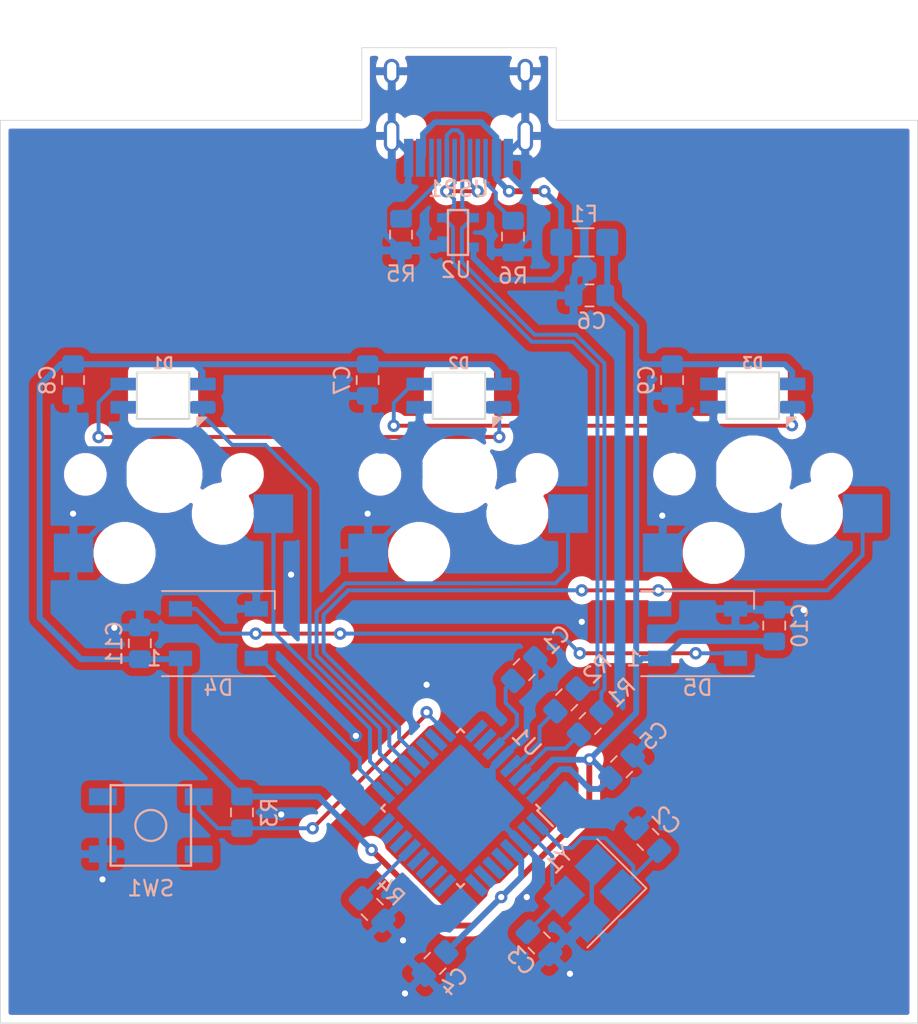
<source format=kicad_pcb>
(kicad_pcb (version 20171130) (host pcbnew "(5.1.4)-1")
  (layers (0 F.Cu signal) (31 B.Cu signal) (34 B.Paste user) (35 F.Paste user) (36 B.SilkS user) (37 F.SilkS user) (38 B.Mask user) (39 F.Mask user) (44 Edge.Cuts user))
  (net 0 "")
  (net 1 GND)
  (net 2 "Net-(C1-Pad1)")
  (net 3 XTAL1)
  (net 4 XTAL2)
  (net 5 +5V)
  (net 6 "Net-(D1-Pad1)")
  (net 7 SWITCHLED)
  (net 8 "Net-(D2-Pad1)")
  (net 9 "Net-(D3-Pad1)")
  (net 10 "Net-(D4-Pad2)")
  (net 11 UNDERGLOWLED)
  (net 12 "Net-(D5-Pad2)")
  (net 13 VCC)
  (net 14 COL0)
  (net 15 D-)
  (net 16 "Net-(R1-Pad1)")
  (net 17 D+)
  (net 18 "Net-(R2-Pad1)")
  (net 19 "Net-(R3-Pad2)")
  (net 20 "Net-(R4-Pad2)")
  (net 21 "Net-(R5-Pad2)")
  (net 22 "Net-(R6-Pad2)")
  (net 23 "Net-(U1-Pad26)")
  (net 24 "Net-(U1-Pad25)")
  (net 25 "Net-(U1-Pad23)")
  (net 26 "Net-(U1-Pad22)")
  (net 27 "Net-(U1-Pad16)")
  (net 28 "Net-(U1-Pad15)")
  (net 29 "Net-(U1-Pad14)")
  (net 30 "Net-(U1-Pad12)")
  (net 31 "Net-(U1-Pad11)")
  (net 32 "Net-(U1-Pad10)")
  (net 33 "Net-(U1-Pad9)")
  (net 34 "Net-(U1-Pad8)")
  (net 35 "Net-(U1-Pad7)")
  (net 36 "Net-(U1-Pad6)")
  (net 37 "Net-(U1-Pad5)")
  (net 38 "Net-(USB1-Pad3)")
  (net 39 "Net-(USB1-Pad9)")
  (net 40 COL1)
  (net 41 COL2)
  (module Capacitor_SMD:C_0805_2012Metric_Pad1.15x1.40mm_HandSolder (layer B.Cu) (at 87.249 81.543 270)
    (fp_text reference C7 (at 0 1.65 90) (layer B.SilkS) (effects (justify mirror)))
    (fp_text value 0.1uF)
    (pad 2 smd roundrect (at 1.025 0 270) (size 1.15 1.4) (layers B.Cu B.Paste B.Mask) (roundrect_rratio 0.217391) (net 1 GND))
    (pad 1 smd roundrect (at -1.025 0 270) (size 1.15 1.4) (layers B.Cu B.Paste B.Mask) (roundrect_rratio 0.217391) (net 5 +5V))
  )
  (module MX_Only:MXOnly-1U-Hotswap (layer F.Cu) (at 93.121 87.63 180)
    (fp_text reference MX2)
    (fp_text value MX-NoLED)
    (pad 2 smd rect (at 5.842 -5.08 180) (size 2.55 2.5) (layers B.Cu B.Paste B.Mask) (net 1 GND))
    (pad 1 smd rect (at -7.085 -2.54 180) (size 2.55 2.5) (layers B.Cu B.Paste B.Mask) (net 40 COL1))
    (pad "" np_thru_hole circle (at 5.08 0 228.0996) (size 1.75 1.75) (drill 1.75) (layers *.Cu *.Mask))
    (pad "" np_thru_hole circle (at -5.08 0 228.0996) (size 1.75 1.75) (drill 1.75) (layers *.Cu *.Mask))
    (pad "" np_thru_hole circle (at -3.81 -2.54 180) (size 3 3) (drill 3) (layers *.Cu *.Mask))
    (pad "" np_thru_hole circle (at 0 0 180) (size 3.9878 3.9878) (drill 3.9878) (layers *.Cu *.Mask))
    (pad "" np_thru_hole circle (at 2.54 -5.08 180) (size 3 3) (drill 3) (layers *.Cu *.Mask))
  )
  (module MX_Only:MXOnly-1U-Hotswap (layer F.Cu) (at 74.07 87.63 180)
    (fp_text reference MX1)
    (fp_text value MX-NoLED)
    (pad 2 smd rect (at 5.842 -5.08 180) (size 2.55 2.5) (layers B.Cu B.Paste B.Mask) (net 1 GND))
    (pad 1 smd rect (at -7.085 -2.54 180) (size 2.55 2.5) (layers B.Cu B.Paste B.Mask) (net 14 COL0))
    (pad "" np_thru_hole circle (at 5.08 0 228.0996) (size 1.75 1.75) (drill 1.75) (layers *.Cu *.Mask))
    (pad "" np_thru_hole circle (at -5.08 0 228.0996) (size 1.75 1.75) (drill 1.75) (layers *.Cu *.Mask))
    (pad "" np_thru_hole circle (at -3.81 -2.54 180) (size 3 3) (drill 3) (layers *.Cu *.Mask))
    (pad "" np_thru_hole circle (at 0 0 180) (size 3.9878 3.9878) (drill 3.9878) (layers *.Cu *.Mask))
    (pad "" np_thru_hole circle (at 2.54 -5.08 180) (size 3 3) (drill 3) (layers *.Cu *.Mask))
  )
  (module Resistor_SMD:R_0805_2012Metric_Pad1.15x1.40mm_HandSolder (layer B.Cu) (at 100.113216 102.197784 45)
    (fp_text reference R2 (at 2.821051 0 45) (layer B.SilkS) (effects (justify mirror)))
    (fp_text value 22)
    (pad 2 smd roundrect (at 1.025 0 45) (size 1.15 1.4) (layers B.Cu B.Paste B.Mask) (roundrect_rratio 0.217391) (net 17 D+))
    (pad 1 smd roundrect (at -1.025 0 45) (size 1.15 1.4) (layers B.Cu B.Paste B.Mask) (roundrect_rratio 0.217391) (net 18 "Net-(R2-Pad1)"))
  )
  (module MX_Only:MXOnly-1U-Hotswap (layer F.Cu) (at 112.17 87.62 180)
    (fp_text reference MX3)
    (fp_text value MX-NoLED)
    (pad 2 smd rect (at 5.842 -5.08 180) (size 2.55 2.5) (layers B.Cu B.Paste B.Mask) (net 1 GND))
    (pad 1 smd rect (at -7.085 -2.54 180) (size 2.55 2.5) (layers B.Cu B.Paste B.Mask) (net 41 COL2))
    (pad "" np_thru_hole circle (at 5.08 0 228.0996) (size 1.75 1.75) (drill 1.75) (layers *.Cu *.Mask))
    (pad "" np_thru_hole circle (at -5.08 0 228.0996) (size 1.75 1.75) (drill 1.75) (layers *.Cu *.Mask))
    (pad "" np_thru_hole circle (at -3.81 -2.54 180) (size 3 3) (drill 3) (layers *.Cu *.Mask))
    (pad "" np_thru_hole circle (at 0 0 180) (size 3.9878 3.9878) (drill 3.9878) (layers *.Cu *.Mask))
    (pad "" np_thru_hole circle (at 2.54 -5.08 180) (size 3 3) (drill 3) (layers *.Cu *.Mask))
  )
  (module Keebio-Parts:SK6812-MINI-E (layer B.Cu) (at 112.15 82.54)
    (fp_text reference D3 (at 0 -2.1 unlocked) (layer B.SilkS) (effects (font (size 0.7 0.7)) (justify mirror)))
    (fp_text value SK6812MINI hide)
    (fp_line (start -1.7 1.5) (end 1.7 1.5) (layer Edge.Cuts) (width 0.12))
    (fp_line (start -1.7 -1.5) (end -1.7 1.5) (layer Edge.Cuts) (width 0.12))
    (fp_line (start 1.7 -1.5) (end -1.7 -1.5) (layer Edge.Cuts) (width 0.12))
    (fp_line (start 1.7 1.5) (end 1.7 -1.5) (layer Edge.Cuts) (width 0.12))
    (pad 3 smd roundrect (at 2.55 0.75) (size 1.7 0.82) (layers B.Cu B.Paste B.Mask) (net 8 "Net-(D2-Pad1)"))
    (pad 4 smd rect (at 2.55 -0.75) (size 1.7 0.82) (layers B.Cu B.Paste B.Mask) (net 5 +5V))
    (pad 2 smd rect (at -2.55 0.75) (size 1.7 0.82) (layers B.Cu B.Paste B.Mask) (net 1 GND))
    (pad 1 smd rect (at -2.55 -0.75) (size 1.7 0.82) (layers B.Cu B.Paste B.Mask) (net 9 "Net-(D3-Pad1)"))
  )
  (module Keebio-Parts:SK6812-MINI-E (layer B.Cu) (at 74.02 82.55)
    (fp_text reference D1 (at 0 -2.1 unlocked) (layer B.SilkS) (effects (font (size 0.7 0.7)) (justify mirror)))
    (fp_text value SK6812MINI hide)
    (fp_line (start -1.7 1.5) (end 1.7 1.5) (layer Edge.Cuts) (width 0.12))
    (fp_line (start -1.7 -1.5) (end -1.7 1.5) (layer Edge.Cuts) (width 0.12))
    (fp_line (start 1.7 -1.5) (end -1.7 -1.5) (layer Edge.Cuts) (width 0.12))
    (fp_line (start 1.7 1.5) (end 1.7 -1.5) (layer Edge.Cuts) (width 0.12))
    (pad 3 smd roundrect (at 2.55 0.75) (size 1.7 0.82) (layers B.Cu B.Paste B.Mask) (net 7 SWITCHLED))
    (pad 4 smd rect (at 2.55 -0.75) (size 1.7 0.82) (layers B.Cu B.Paste B.Mask) (net 5 +5V))
    (pad 2 smd rect (at -2.55 0.75) (size 1.7 0.82) (layers B.Cu B.Paste B.Mask) (net 1 GND))
    (pad 1 smd rect (at -2.55 -0.75) (size 1.7 0.82) (layers B.Cu B.Paste B.Mask) (net 6 "Net-(D1-Pad1)"))
  )
  (module Keebio-Parts:SK6812-MINI-E (layer B.Cu) (at 93.15 82.55)
    (fp_text reference D2 (at 0 -2.1 unlocked) (layer B.SilkS) (effects (font (size 0.7 0.7)) (justify mirror)))
    (fp_text value SK6812MINI hide)
    (fp_line (start -1.7 1.5) (end 1.7 1.5) (layer Edge.Cuts) (width 0.12))
    (fp_line (start -1.7 -1.5) (end -1.7 1.5) (layer Edge.Cuts) (width 0.12))
    (fp_line (start 1.7 -1.5) (end -1.7 -1.5) (layer Edge.Cuts) (width 0.12))
    (fp_line (start 1.7 1.5) (end 1.7 -1.5) (layer Edge.Cuts) (width 0.12))
    (pad 3 smd roundrect (at 2.55 0.75) (size 1.7 0.82) (layers B.Cu B.Paste B.Mask) (net 6 "Net-(D1-Pad1)"))
    (pad 4 smd rect (at 2.55 -0.75) (size 1.7 0.82) (layers B.Cu B.Paste B.Mask) (net 5 +5V))
    (pad 2 smd rect (at -2.55 0.75) (size 1.7 0.82) (layers B.Cu B.Paste B.Mask) (net 1 GND))
    (pad 1 smd rect (at -2.55 -0.75) (size 1.7 0.82) (layers B.Cu B.Paste B.Mask) (net 8 "Net-(D2-Pad1)"))
  )
  (module random-keyboard-parts:SKQGADE010 (layer B.Cu) (at 73.227 110.308 180)
    (fp_text reference SW1 (at 0 -4.064) (layer B.SilkS) (effects (justify mirror)))
    (fp_text value SW_Push)
    (pad 4 smd rect (at -3.1 -1.85 180) (size 1.8 1.1) (layers B.Cu B.Paste B.Mask))
    (pad 3 smd rect (at 3.1 1.85 180) (size 1.8 1.1) (layers B.Cu B.Paste B.Mask))
    (pad 2 smd rect (at -3.1 1.85 180) (size 1.8 1.1) (layers B.Cu B.Paste B.Mask) (net 19 "Net-(R3-Pad2)"))
    (pad 1 smd rect (at 3.1 -1.85 180) (size 1.8 1.1) (layers B.Cu B.Paste B.Mask) (net 1 GND))
  )
  (module Capacitor_SMD:C_0805_2012Metric_Pad1.15x1.40mm_HandSolder (layer B.Cu) (at 68.199 81.543 270)
    (fp_text reference C8 (at 0 1.65 90) (layer B.SilkS) (effects (justify mirror)))
    (fp_text value 0.1uF)
    (pad 2 smd roundrect (at 1.025 0 270) (size 1.15 1.4) (layers B.Cu B.Paste B.Mask) (roundrect_rratio 0.217391) (net 1 GND))
    (pad 1 smd roundrect (at -1.025 0 270) (size 1.15 1.4) (layers B.Cu B.Paste B.Mask) (roundrect_rratio 0.217391) (net 5 +5V))
  )
  (module Capacitor_SMD:C_0805_2012Metric_Pad1.15x1.40mm_HandSolder (layer B.Cu) (at 91.604216 119.215784 225)
    (fp_text reference C4 (at -0.037171 -1.706249 225) (layer B.SilkS) (effects (justify mirror)))
    (fp_text value 0.1uF)
    (pad 1 smd roundrect (at -1.025 0 225) (size 1.15 1.4) (layers B.Cu B.Paste B.Mask) (roundrect_rratio 0.217391) (net 5 +5V))
    (pad 2 smd roundrect (at 1.025 0 225) (size 1.15 1.4) (layers B.Cu B.Paste B.Mask) (roundrect_rratio 0.217391) (net 1 GND))
  )
  (module Crystal:Crystal_SMD_3225-4Pin_3.2x2.5mm_HandSoldering (layer B.Cu) (at 101.775248 114.687777 225)
    (fp_text reference Y1 (at 0 3.05 45) (layer B.SilkS) (effects (justify mirror)))
    (fp_text value Crystal_GND24_Small)
    (pad 4 smd rect (at -1.45 1.15 225) (size 2.1 1.8) (layers B.Cu B.Paste B.Mask) (net 1 GND))
    (pad 3 smd rect (at 1.45 1.15 225) (size 2.1 1.8) (layers B.Cu B.Paste B.Mask) (net 4 XTAL2))
    (pad 2 smd rect (at 1.45 -1.15 225) (size 2.1 1.8) (layers B.Cu B.Paste B.Mask) (net 1 GND))
    (pad 1 smd rect (at -1.45 -1.15 225) (size 2.1 1.8) (layers B.Cu B.Paste B.Mask) (net 3 XTAL1))
  )
  (module Type-C:HRO-TYPE-C-31-M-12-HandSoldering (layer B.Cu) (at 93.121 58.989)
    (fp_text reference USB1 (at 0 10.2) (layer B.SilkS) (effects (justify mirror)))
    (fp_text value HRO-TYPE-C-31-M-12)
    (pad 12 smd rect (at 3.225 8.195) (size 0.6 2.45) (layers B.Cu B.Paste B.Mask) (net 1 GND))
    (pad 1 smd rect (at -3.225 8.195) (size 0.6 2.45) (layers B.Cu B.Paste B.Mask) (net 1 GND))
    (pad 11 smd rect (at 2.45 8.195) (size 0.6 2.45) (layers B.Cu B.Paste B.Mask) (net 13 VCC))
    (pad 2 smd rect (at -2.45 8.195) (size 0.6 2.45) (layers B.Cu B.Paste B.Mask) (net 13 VCC))
    (pad 3 smd rect (at -1.75 8.195) (size 0.3 2.45) (layers B.Cu B.Paste B.Mask) (net 38 "Net-(USB1-Pad3)"))
    (pad 10 smd rect (at 1.75 8.195) (size 0.3 2.45) (layers B.Cu B.Paste B.Mask) (net 22 "Net-(R6-Pad2)"))
    (pad 4 smd rect (at -1.25 8.195) (size 0.3 2.45) (layers B.Cu B.Paste B.Mask) (net 21 "Net-(R5-Pad2)"))
    (pad 9 smd rect (at 1.25 8.195) (size 0.3 2.45) (layers B.Cu B.Paste B.Mask) (net 39 "Net-(USB1-Pad9)"))
    (pad 5 smd rect (at -0.75 8.195) (size 0.3 2.45) (layers B.Cu B.Paste B.Mask) (net 15 D-))
    (pad 8 smd rect (at 0.75 8.195) (size 0.3 2.45) (layers B.Cu B.Paste B.Mask) (net 17 D+))
    (pad 7 smd rect (at 0.25 8.195) (size 0.3 2.45) (layers B.Cu B.Paste B.Mask) (net 15 D-))
    (pad 6 smd rect (at -0.25 8.195) (size 0.3 2.45) (layers B.Cu B.Paste B.Mask) (net 17 D+))
    (pad "" np_thru_hole circle (at 2.89 6.25) (size 0.65 0.65) (drill 0.65) (layers *.Cu *.Mask))
    (pad "" np_thru_hole circle (at -2.89 6.25) (size 0.65 0.65) (drill 0.65) (layers *.Cu *.Mask))
    (pad 13 thru_hole oval (at -4.32 6.78) (size 1 2.1) (drill oval 0.6 1.7) (layers *.Cu F.Mask) (net 1 GND))
    (pad 13 thru_hole oval (at 4.32 6.78) (size 1 2.1) (drill oval 0.6 1.7) (layers *.Cu F.Mask) (net 1 GND))
    (pad 13 thru_hole oval (at -4.32 2.6) (size 1 1.6) (drill oval 0.6 1.2) (layers *.Cu F.Mask) (net 1 GND))
    (pad 13 thru_hole oval (at 4.32 2.6) (size 1 1.6) (drill oval 0.6 1.2) (layers *.Cu F.Mask) (net 1 GND))
  )
  (module random-keyboard-parts:SOT143B (layer B.Cu) (at 93.091 72.009)
    (fp_text reference U2 (at -0.127 2.413) (layer B.SilkS) (effects (justify mirror)))
    (fp_text value PRTR5V0U2X)
    (pad 1 smd rect (at -1 0.75 90) (size 1 0.7) (layers B.Cu B.Paste B.Mask) (net 1 GND))
    (pad 4 smd rect (at 1 0.95 90) (size 0.6 0.7) (layers B.Cu B.Paste B.Mask) (net 13 VCC))
    (pad 2 smd rect (at -1 -0.95 90) (size 0.6 0.7) (layers B.Cu B.Paste B.Mask) (net 17 D+))
    (pad 3 smd rect (at 1 -0.95 90) (size 0.6 0.7) (layers B.Cu B.Paste B.Mask) (net 15 D-))
  )
  (module Package_QFP:TQFP-32_7x7mm_P0.8mm (layer B.Cu) (at 93.252555 109.193565 135)
    (fp_text reference U1 (at 0 6.05 135) (layer B.SilkS) (effects (justify mirror)))
    (fp_text value ATmega32U2-AU)
    (pad 32 smd rect (at -2.8 4.25 45) (size 1.6 0.55) (layers B.Cu B.Paste B.Mask) (net 5 +5V))
    (pad 31 smd rect (at -2 4.25 45) (size 1.6 0.55) (layers B.Cu B.Paste B.Mask) (net 5 +5V))
    (pad 30 smd rect (at -1.2 4.25 45) (size 1.6 0.55) (layers B.Cu B.Paste B.Mask) (net 16 "Net-(R1-Pad1)"))
    (pad 29 smd rect (at -0.4 4.25 45) (size 1.6 0.55) (layers B.Cu B.Paste B.Mask) (net 18 "Net-(R2-Pad1)"))
    (pad 28 smd rect (at 0.4 4.25 45) (size 1.6 0.55) (layers B.Cu B.Paste B.Mask) (net 1 GND))
    (pad 27 smd rect (at 1.2 4.25 45) (size 1.6 0.55) (layers B.Cu B.Paste B.Mask) (net 2 "Net-(C1-Pad1)"))
    (pad 26 smd rect (at 2 4.25 45) (size 1.6 0.55) (layers B.Cu B.Paste B.Mask) (net 23 "Net-(U1-Pad26)"))
    (pad 25 smd rect (at 2.8 4.25 45) (size 1.6 0.55) (layers B.Cu B.Paste B.Mask) (net 24 "Net-(U1-Pad25)"))
    (pad 24 smd rect (at 4.25 2.8 135) (size 1.6 0.55) (layers B.Cu B.Paste B.Mask) (net 19 "Net-(R3-Pad2)"))
    (pad 23 smd rect (at 4.25 2 135) (size 1.6 0.55) (layers B.Cu B.Paste B.Mask) (net 25 "Net-(U1-Pad23)"))
    (pad 22 smd rect (at 4.25 1.2 135) (size 1.6 0.55) (layers B.Cu B.Paste B.Mask) (net 26 "Net-(U1-Pad22)"))
    (pad 21 smd rect (at 4.25 0.4 135) (size 1.6 0.55) (layers B.Cu B.Paste B.Mask) (net 41 COL2))
    (pad 20 smd rect (at 4.25 -0.4 135) (size 1.6 0.55) (layers B.Cu B.Paste B.Mask) (net 40 COL1))
    (pad 19 smd rect (at 4.25 -1.2 135) (size 1.6 0.55) (layers B.Cu B.Paste B.Mask) (net 7 SWITCHLED))
    (pad 18 smd rect (at 4.25 -2 135) (size 1.6 0.55) (layers B.Cu B.Paste B.Mask) (net 14 COL0))
    (pad 17 smd rect (at 4.25 -2.8 135) (size 1.6 0.55) (layers B.Cu B.Paste B.Mask) (net 11 UNDERGLOWLED))
    (pad 16 smd rect (at 2.8 -4.25 45) (size 1.6 0.55) (layers B.Cu B.Paste B.Mask) (net 27 "Net-(U1-Pad16)"))
    (pad 15 smd rect (at 2 -4.25 45) (size 1.6 0.55) (layers B.Cu B.Paste B.Mask) (net 28 "Net-(U1-Pad15)"))
    (pad 14 smd rect (at 1.2 -4.25 45) (size 1.6 0.55) (layers B.Cu B.Paste B.Mask) (net 29 "Net-(U1-Pad14)"))
    (pad 13 smd rect (at 0.4 -4.25 45) (size 1.6 0.55) (layers B.Cu B.Paste B.Mask) (net 20 "Net-(R4-Pad2)"))
    (pad 12 smd rect (at -0.4 -4.25 45) (size 1.6 0.55) (layers B.Cu B.Paste B.Mask) (net 30 "Net-(U1-Pad12)"))
    (pad 11 smd rect (at -1.2 -4.25 45) (size 1.6 0.55) (layers B.Cu B.Paste B.Mask) (net 31 "Net-(U1-Pad11)"))
    (pad 10 smd rect (at -2 -4.25 45) (size 1.6 0.55) (layers B.Cu B.Paste B.Mask) (net 32 "Net-(U1-Pad10)"))
    (pad 9 smd rect (at -2.8 -4.25 45) (size 1.6 0.55) (layers B.Cu B.Paste B.Mask) (net 33 "Net-(U1-Pad9)"))
    (pad 8 smd rect (at -4.25 -2.8 135) (size 1.6 0.55) (layers B.Cu B.Paste B.Mask) (net 34 "Net-(U1-Pad8)"))
    (pad 7 smd rect (at -4.25 -2 135) (size 1.6 0.55) (layers B.Cu B.Paste B.Mask) (net 35 "Net-(U1-Pad7)"))
    (pad 6 smd rect (at -4.25 -1.2 135) (size 1.6 0.55) (layers B.Cu B.Paste B.Mask) (net 36 "Net-(U1-Pad6)"))
    (pad 5 smd rect (at -4.25 -0.4 135) (size 1.6 0.55) (layers B.Cu B.Paste B.Mask) (net 37 "Net-(U1-Pad5)"))
    (pad 4 smd rect (at -4.25 0.4 135) (size 1.6 0.55) (layers B.Cu B.Paste B.Mask) (net 5 +5V))
    (pad 3 smd rect (at -4.25 1.2 135) (size 1.6 0.55) (layers B.Cu B.Paste B.Mask) (net 1 GND))
    (pad 2 smd rect (at -4.25 2 135) (size 1.6 0.55) (layers B.Cu B.Paste B.Mask) (net 4 XTAL2))
    (pad 1 smd rect (at -4.25 2.8 135) (size 1.6 0.55) (layers B.Cu B.Paste B.Mask) (net 3 XTAL1))
  )
  (module Resistor_SMD:R_0805_2012Metric_Pad1.15x1.40mm_HandSolder (layer B.Cu) (at 96.647 72.272 90)
    (fp_text reference R6 (at -2.531 0) (layer B.SilkS) (effects (justify mirror)))
    (fp_text value 5.1k)
    (pad 2 smd roundrect (at 1.025 0 90) (size 1.15 1.4) (layers B.Cu B.Paste B.Mask) (roundrect_rratio 0.217391) (net 22 "Net-(R6-Pad2)"))
    (pad 1 smd roundrect (at -1.025 0 90) (size 1.15 1.4) (layers B.Cu B.Paste B.Mask) (roundrect_rratio 0.217391) (net 1 GND))
  )
  (module Resistor_SMD:R_0805_2012Metric_Pad1.15x1.40mm_HandSolder (layer B.Cu) (at 89.408 72.145 90)
    (fp_text reference R5 (at -2.531 0) (layer B.SilkS) (effects (justify mirror)))
    (fp_text value 5.1k)
    (pad 1 smd roundrect (at -1.025 0 90) (size 1.15 1.4) (layers B.Cu B.Paste B.Mask) (roundrect_rratio 0.217391) (net 1 GND))
    (pad 2 smd roundrect (at 1.025 0 90) (size 1.15 1.4) (layers B.Cu B.Paste B.Mask) (roundrect_rratio 0.217391) (net 21 "Net-(R5-Pad2)"))
  )
  (module Resistor_SMD:R_0805_2012Metric_Pad1.15x1.40mm_HandSolder (layer B.Cu) (at 87.540216 115.734216 135)
    (fp_text reference R4 (at 0 1.65 315) (layer B.SilkS) (effects (justify mirror)))
    (fp_text value R_Small)
    (pad 2 smd roundrect (at 1.025 0 135) (size 1.15 1.4) (layers B.Cu B.Paste B.Mask) (roundrect_rratio 0.217391) (net 20 "Net-(R4-Pad2)"))
    (pad 1 smd roundrect (at -1.025 0 135) (size 1.15 1.4) (layers B.Cu B.Paste B.Mask) (roundrect_rratio 0.217391) (net 1 GND))
  )
  (module Resistor_SMD:R_0805_2012Metric_Pad1.15x1.40mm_HandSolder (layer B.Cu) (at 79.121 109.465001 270)
    (fp_text reference R3 (at 0.008999 -1.778 90) (layer B.SilkS) (effects (justify mirror)))
    (fp_text value 10k)
    (pad 2 smd roundrect (at 1.025 0 270) (size 1.15 1.4) (layers B.Cu B.Paste B.Mask) (roundrect_rratio 0.217391) (net 19 "Net-(R3-Pad2)"))
    (pad 1 smd roundrect (at -1.025 0 270) (size 1.15 1.4) (layers B.Cu B.Paste B.Mask) (roundrect_rratio 0.217391) (net 5 +5V))
  )
  (module Resistor_SMD:R_0805_2012Metric_Pad1.15x1.40mm_HandSolder (layer B.Cu) (at 101.637216 103.721784 45)
    (fp_text reference R1 (at 2.821051 0 45) (layer B.SilkS) (effects (justify mirror)))
    (fp_text value 22)
    (pad 2 smd roundrect (at 1.025 0 45) (size 1.15 1.4) (layers B.Cu B.Paste B.Mask) (roundrect_rratio 0.217391) (net 15 D-))
    (pad 1 smd roundrect (at -1.025 0 45) (size 1.15 1.4) (layers B.Cu B.Paste B.Mask) (roundrect_rratio 0.217391) (net 16 "Net-(R1-Pad1)"))
  )
  (module Fuse:Fuse_1206_3216Metric_Pad1.42x1.75mm_HandSolder (layer B.Cu) (at 101.2555 72.644 180)
    (fp_text reference F1 (at 0 1.82 180) (layer B.SilkS) (effects (justify mirror)))
    (fp_text value Polyfuse_Small)
    (pad 2 smd roundrect (at 1.4875 0 180) (size 1.425 1.75) (layers B.Cu B.Paste B.Mask) (roundrect_rratio 0.175439) (net 13 VCC))
    (pad 1 smd roundrect (at -1.4875 0 180) (size 1.425 1.75) (layers B.Cu B.Paste B.Mask) (roundrect_rratio 0.175439) (net 5 +5V))
  )
  (module LED_SMD:LED_WS2812B_PLCC4_5.0x5.0mm_P3.2mm (layer B.Cu) (at 108.585 97.917)
    (fp_text reference D5 (at 0 3.5) (layer B.SilkS) (effects (justify mirror)))
    (fp_text value WS2812B)
    (fp_text user 1 (at -4.15 1.6) (layer B.SilkS) (effects (justify mirror)))
    (pad 1 smd rect (at -2.45 1.6) (size 1.5 1) (layers B.Cu B.Paste B.Mask) (net 5 +5V))
    (pad 2 smd rect (at -2.45 -1.6) (size 1.5 1) (layers B.Cu B.Paste B.Mask) (net 12 "Net-(D5-Pad2)"))
    (pad 4 smd rect (at 2.45 1.6) (size 1.5 1) (layers B.Cu B.Paste B.Mask) (net 10 "Net-(D4-Pad2)"))
    (pad 3 smd rect (at 2.45 -1.6) (size 1.5 1) (layers B.Cu B.Paste B.Mask) (net 1 GND))
  )
  (module LED_SMD:LED_WS2812B_PLCC4_5.0x5.0mm_P3.2mm (layer B.Cu) (at 77.597 97.917)
    (fp_text reference D4 (at 0 3.5) (layer B.SilkS) (effects (justify mirror)))
    (fp_text value WS2812B)
    (fp_text user 1 (at -4.15 1.6) (layer B.SilkS) (effects (justify mirror)))
    (pad 1 smd rect (at -2.45 1.6) (size 1.5 1) (layers B.Cu B.Paste B.Mask) (net 5 +5V))
    (pad 2 smd rect (at -2.45 -1.6) (size 1.5 1) (layers B.Cu B.Paste B.Mask) (net 10 "Net-(D4-Pad2)"))
    (pad 4 smd rect (at 2.45 1.6) (size 1.5 1) (layers B.Cu B.Paste B.Mask) (net 11 UNDERGLOWLED))
    (pad 3 smd rect (at 2.45 -1.6) (size 1.5 1) (layers B.Cu B.Paste B.Mask) (net 1 GND))
  )
  (module Capacitor_SMD:C_0805_2012Metric_Pad1.15x1.40mm_HandSolder (layer B.Cu) (at 72.517 98.543001 90)
    (fp_text reference C11 (at -0.008999 -1.651 90) (layer B.SilkS) (effects (justify mirror)))
    (fp_text value 0.1uF)
    (pad 2 smd roundrect (at 1.025 0 90) (size 1.15 1.4) (layers B.Cu B.Paste B.Mask) (roundrect_rratio 0.217391) (net 1 GND))
    (pad 1 smd roundrect (at -1.025 0 90) (size 1.15 1.4) (layers B.Cu B.Paste B.Mask) (roundrect_rratio 0.217391) (net 5 +5V))
  )
  (module Capacitor_SMD:C_0805_2012Metric_Pad1.15x1.40mm_HandSolder (layer B.Cu) (at 113.538 97.4 90)
    (fp_text reference C10 (at 0 1.65 90) (layer B.SilkS) (effects (justify mirror)))
    (fp_text value 0.1uF)
    (pad 2 smd roundrect (at 1.025 0 90) (size 1.15 1.4) (layers B.Cu B.Paste B.Mask) (roundrect_rratio 0.217391) (net 1 GND))
    (pad 1 smd roundrect (at -1.025 0 90) (size 1.15 1.4) (layers B.Cu B.Paste B.Mask) (roundrect_rratio 0.217391) (net 5 +5V))
  )
  (module Capacitor_SMD:C_0805_2012Metric_Pad1.15x1.40mm_HandSolder (layer B.Cu) (at 106.934 81.543 270)
    (fp_text reference C9 (at 0 1.65 90) (layer B.SilkS) (effects (justify mirror)))
    (fp_text value 0.1uF)
    (pad 2 smd roundrect (at 1.025 0 270) (size 1.15 1.4) (layers B.Cu B.Paste B.Mask) (roundrect_rratio 0.217391) (net 1 GND))
    (pad 1 smd roundrect (at -1.025 0 270) (size 1.15 1.4) (layers B.Cu B.Paste B.Mask) (roundrect_rratio 0.217391) (net 5 +5V))
  )
  (module Capacitor_SMD:C_0805_2012Metric_Pad1.15x1.40mm_HandSolder (layer B.Cu) (at 101.591 76.073 180)
    (fp_text reference C6 (at -0.136 -1.651) (layer B.SilkS) (effects (justify mirror)))
    (fp_text value 10uF)
    (pad 2 smd roundrect (at 1.025 0 180) (size 1.15 1.4) (layers B.Cu B.Paste B.Mask) (roundrect_rratio 0.217391) (net 1 GND))
    (pad 1 smd roundrect (at -1.025 0 180) (size 1.15 1.4) (layers B.Cu B.Paste B.Mask) (roundrect_rratio 0.217391) (net 5 +5V))
  )
  (module Capacitor_SMD:C_0805_2012Metric_Pad1.15x1.40mm_HandSolder (layer B.Cu) (at 103.669216 106.515784 45)
    (fp_text reference C5 (at 2.910853 0.089803 225) (layer B.SilkS) (effects (justify mirror)))
    (fp_text value 0.1uF)
    (pad 1 smd roundrect (at -1.025 0 45) (size 1.15 1.4) (layers B.Cu B.Paste B.Mask) (roundrect_rratio 0.217391) (net 5 +5V))
    (pad 2 smd roundrect (at 1.025 0 45) (size 1.15 1.4) (layers B.Cu B.Paste B.Mask) (roundrect_rratio 0.217391) (net 1 GND))
  )
  (module Capacitor_SMD:C_0805_2012Metric_Pad1.15x1.40mm_HandSolder (layer B.Cu) (at 98.335216 117.893216 315)
    (fp_text reference C3 (at 0 1.65 135) (layer B.SilkS) (effects (justify mirror)))
    (fp_text value 14pF)
    (pad 2 smd roundrect (at 1.025 0 315) (size 1.15 1.4) (layers B.Cu B.Paste B.Mask) (roundrect_rratio 0.217391) (net 1 GND))
    (pad 1 smd roundrect (at -1.025 0 315) (size 1.15 1.4) (layers B.Cu B.Paste B.Mask) (roundrect_rratio 0.217391) (net 4 XTAL2))
  )
  (module Capacitor_SMD:C_0805_2012Metric_Pad1.15x1.40mm_HandSolder (layer B.Cu) (at 105.372784 111.214784 135)
    (fp_text reference C2 (at 0.037171 1.706249 315) (layer B.SilkS) (effects (justify mirror)))
    (fp_text value 14pF)
    (pad 2 smd roundrect (at 1.025 0 135) (size 1.15 1.4) (layers B.Cu B.Paste B.Mask) (roundrect_rratio 0.217391) (net 1 GND))
    (pad 1 smd roundrect (at -1.025 0 135) (size 1.15 1.4) (layers B.Cu B.Paste B.Mask) (roundrect_rratio 0.217391) (net 3 XTAL1))
  )
  (module Capacitor_SMD:C_0805_2012Metric_Pad1.15x1.40mm_HandSolder (layer B.Cu) (at 97.371784 100.240216 45)
    (fp_text reference C1 (at 2.836511 0.089803 45) (layer B.SilkS) (effects (justify mirror)))
    (fp_text value 1uF)
    (pad 2 smd roundrect (at 1.025 0 45) (size 1.15 1.4) (layers B.Cu B.Paste B.Mask) (roundrect_rratio 0.217391) (net 1 GND))
    (pad 1 smd roundrect (at -1.025 0 45) (size 1.15 1.4) (layers B.Cu B.Paste B.Mask) (roundrect_rratio 0.217391) (net 2 "Net-(C1-Pad1)"))
  )
  (gr_line (start 63.5 64.77) (end 63.5 123.07) (layer Edge.Cuts) (width 0.05))
  (gr_line (start 122.809 64.77) (end 122.809 123.07) (layer Edge.Cuts) (width 0.05))
  (gr_line (start 122.81 123.07) (end 63.5 123.07) (layer Edge.Cuts) (width 0.05))
  (gr_line (start 63.5 64.77) (end 86.868 64.77) (layer Edge.Cuts) (width 0.05))
  (gr_line (start 99.441 64.77) (end 122.809 64.77) (layer Edge.Cuts) (width 0.05))
  (gr_line (start 99.441 60.071) (end 99.441 64.77) (layer Edge.Cuts) (width 0.05))
  (gr_line (start 86.868 60.071) (end 99.441 60.071) (layer Edge.Cuts) (width 0.05))
  (gr_line (start 86.868 64.77) (end 86.868 60.071) (layer Edge.Cuts) (width 0.05))
  (segment (start 101.737841 113.098839) (end 101.98738 112.8493) (width 0.381) (layer B.Cu) (net 1))
  (segment (start 101.737841 116.35153) (end 101.737841 113.098839) (width 0.2794) (layer B.Cu) (net 1))
  (segment (start 101.563116 116.526255) (end 101.737841 116.35153) (width 0.381) (layer B.Cu) (net 1))
  (segment (start 89.896 66.864) (end 88.801 65.769) (width 0.381) (layer B.Cu) (net 1))
  (segment (start 89.896 67.184) (end 89.896 66.864) (width 0.381) (layer B.Cu) (net 1))
  (segment (start 96.346 66.864) (end 97.441 65.769) (width 0.381) (layer B.Cu) (net 1))
  (segment (start 96.346 67.184) (end 96.346 66.864) (width 0.381) (layer B.Cu) (net 1))
  (segment (start 97.441 64.294) (end 97.441 65.769) (width 0.381) (layer B.Cu) (net 1))
  (segment (start 96.52 63.373) (end 97.441 64.294) (width 0.381) (layer B.Cu) (net 1))
  (segment (start 88.801 65.769) (end 88.801 64.338) (width 0.381) (layer B.Cu) (net 1))
  (segment (start 88.801 64.338) (end 89.766 63.373) (width 0.381) (layer B.Cu) (net 1))
  (segment (start 89.404 63.373) (end 89.916 63.373) (width 0.381) (layer B.Cu) (net 1))
  (segment (start 88.801 62.77) (end 89.404 63.373) (width 0.381) (layer B.Cu) (net 1))
  (segment (start 88.801 61.589) (end 88.801 62.77) (width 0.381) (layer B.Cu) (net 1))
  (segment (start 89.766 63.373) (end 89.916 63.373) (width 0.381) (layer B.Cu) (net 1))
  (segment (start 96.838 63.373) (end 96.266 63.373) (width 0.381) (layer B.Cu) (net 1))
  (segment (start 97.441 62.77) (end 96.838 63.373) (width 0.381) (layer B.Cu) (net 1))
  (segment (start 97.441 61.589) (end 97.441 62.77) (width 0.381) (layer B.Cu) (net 1))
  (segment (start 89.916 63.373) (end 96.266 63.373) (width 0.381) (layer B.Cu) (net 1))
  (segment (start 96.266 63.373) (end 96.52 63.373) (width 0.381) (layer B.Cu) (net 1))
  (segment (start 97.270372 72.673628) (end 96.647 73.297) (width 0.381) (layer B.Cu) (net 1))
  (segment (start 97.73751 72.20649) (end 97.270372 72.673628) (width 0.381) (layer B.Cu) (net 1))
  (segment (start 97.73751 69.570452) (end 97.73751 72.20649) (width 0.381) (layer B.Cu) (net 1))
  (segment (start 96.346 68.178942) (end 97.73751 69.570452) (width 0.381) (layer B.Cu) (net 1))
  (segment (start 96.346 67.184) (end 96.346 68.178942) (width 0.381) (layer B.Cu) (net 1))
  (segment (start 91.68 73.17) (end 92.091 72.759) (width 0.381) (layer B.Cu) (net 1))
  (segment (start 89.408 73.17) (end 91.68 73.17) (width 0.381) (layer B.Cu) (net 1))
  (segment (start 88.784628 72.546628) (end 89.408 73.17) (width 0.381) (layer B.Cu) (net 1))
  (segment (start 88.31749 72.07949) (end 88.784628 72.546628) (width 0.381) (layer B.Cu) (net 1))
  (segment (start 88.31749 70.36851) (end 88.31749 72.07949) (width 0.381) (layer B.Cu) (net 1))
  (segment (start 89.896 68.79) (end 88.31749 70.36851) (width 0.381) (layer B.Cu) (net 1))
  (segment (start 89.896 67.184) (end 89.896 68.79) (width 0.381) (layer B.Cu) (net 1))
  (segment (start 98.806 118.618) (end 99.06 118.618) (width 0.381) (layer B.Cu) (net 1))
  (segment (start 96.469892 110.713846) (end 97.106287 111.350241) (width 0.381) (layer B.Cu) (net 1))
  (segment (start 95.338521 109.582475) (end 96.469892 110.713846) (width 0.381) (layer B.Cu) (net 1))
  (segment (start 95.338521 106.541913) (end 95.338521 109.582475) (width 0.381) (layer B.Cu) (net 1))
  (segment (start 95.974916 105.905518) (end 95.338521 106.541913) (width 0.381) (layer B.Cu) (net 1))
  (via (at 70.104 113.792) (size 0.8) (drill 0.4) (layers F.Cu B.Cu) (net 1))
  (segment (start 70.127 112.158) (end 70.127 113.769) (width 0.381) (layer B.Cu) (net 1))
  (segment (start 70.127 113.769) (end 70.104 113.792) (width 0.381) (layer B.Cu) (net 1))
  (via (at 100.33 119.888) (size 0.8) (drill 0.4) (layers F.Cu B.Cu) (net 1))
  (segment (start 99.06 118.618) (end 100.33 119.888) (width 0.381) (layer B.Cu) (net 1))
  (via (at 89.535 117.729) (size 0.8) (drill 0.4) (layers F.Cu B.Cu) (net 1))
  (segment (start 88.265 116.459) (end 89.535 117.729) (width 0.381) (layer B.Cu) (net 1))
  (segment (start 113.48 96.317) (end 113.538 96.375) (width 0.381) (layer B.Cu) (net 1))
  (segment (start 111.035 96.317) (end 113.48 96.317) (width 0.381) (layer B.Cu) (net 1))
  (via (at 115.443 96.393) (size 0.8) (drill 0.4) (layers F.Cu B.Cu) (net 1))
  (segment (start 113.538 96.375) (end 115.425 96.375) (width 0.381) (layer B.Cu) (net 1))
  (segment (start 115.425 96.375) (end 115.443 96.393) (width 0.381) (layer B.Cu) (net 1))
  (segment (start 106.353 92.7) (end 106.328 92.7) (width 0.381) (layer B.Cu) (net 1))
  (segment (start 109.6 89.453) (end 106.353 92.7) (width 0.381) (layer B.Cu) (net 1))
  (segment (start 87.304 92.71) (end 87.279 92.71) (width 0.381) (layer B.Cu) (net 1))
  (segment (start 90.6 89.414) (end 87.304 92.71) (width 0.381) (layer B.Cu) (net 1))
  (segment (start 71.47 89.493) (end 68.253 92.71) (width 0.381) (layer B.Cu) (net 1))
  (segment (start 68.253 92.71) (end 68.228 92.71) (width 0.381) (layer B.Cu) (net 1))
  (via (at 87.249 90.17) (size 0.8) (drill 0.4) (layers F.Cu B.Cu) (net 1))
  (segment (start 87.279 92.71) (end 87.279 90.2) (width 0.381) (layer B.Cu) (net 1))
  (segment (start 87.279 90.2) (end 87.249 90.17) (width 0.381) (layer B.Cu) (net 1))
  (via (at 68.199 90.17) (size 0.8) (drill 0.4) (layers F.Cu B.Cu) (net 1))
  (segment (start 68.228 92.71) (end 68.228 90.199) (width 0.381) (layer B.Cu) (net 1))
  (segment (start 68.228 90.199) (end 68.199 90.17) (width 0.381) (layer B.Cu) (net 1))
  (via (at 106.299 90.297) (size 0.8) (drill 0.4) (layers F.Cu B.Cu) (net 1))
  (segment (start 106.328 92.7) (end 106.328 90.326) (width 0.381) (layer B.Cu) (net 1))
  (segment (start 106.328 90.326) (end 106.299 90.297) (width 0.381) (layer B.Cu) (net 1))
  (segment (start 78.916 96.317) (end 77.849 95.25) (width 0.381) (layer B.Cu) (net 1))
  (segment (start 80.047 96.317) (end 78.916 96.317) (width 0.381) (layer B.Cu) (net 1))
  (segment (start 77.849 95.25) (end 73.533 95.25) (width 0.381) (layer B.Cu) (net 1))
  (segment (start 72.517 96.266) (end 72.517 97.518001) (width 0.381) (layer B.Cu) (net 1))
  (segment (start 73.533 95.25) (end 72.517 96.266) (width 0.381) (layer B.Cu) (net 1))
  (via (at 70.866 97.536) (size 0.8) (drill 0.4) (layers F.Cu B.Cu) (net 1))
  (segment (start 72.517 97.518001) (end 70.883999 97.518001) (width 0.381) (layer B.Cu) (net 1))
  (segment (start 70.883999 97.518001) (end 70.866 97.536) (width 0.381) (layer B.Cu) (net 1))
  (via (at 89.662 121.158) (size 0.8) (drill 0.4) (layers F.Cu B.Cu) (net 1))
  (segment (start 90.879432 119.940568) (end 89.662 121.158) (width 0.381) (layer B.Cu) (net 1))
  (segment (start 101.189372 75.449628) (end 100.566 76.073) (width 0.381) (layer B.Cu) (net 1))
  (segment (start 101.346 75.293) (end 101.189372 75.449628) (width 0.381) (layer B.Cu) (net 1))
  (segment (start 101.346 70.839058) (end 101.346 75.293) (width 0.381) (layer B.Cu) (net 1))
  (segment (start 97.690942 67.184) (end 101.346 70.839058) (width 0.381) (layer B.Cu) (net 1))
  (segment (start 96.346 67.184) (end 97.690942 67.184) (width 0.381) (layer B.Cu) (net 1))
  (segment (start 98.096568 99.515432) (end 98.096568 101.801432) (width 0.381) (layer B.Cu) (net 1))
  (segment (start 98.096568 101.801432) (end 97.536 102.362) (width 0.381) (layer B.Cu) (net 1))
  (segment (start 97.536 104.344434) (end 95.974916 105.905518) (width 0.381) (layer B.Cu) (net 1))
  (segment (start 97.536 102.362) (end 97.536 104.344434) (width 0.381) (layer B.Cu) (net 1))
  (segment (start 97.106287 111.350241) (end 98.532046 112.776) (width 0.381) (layer B.Cu) (net 1))
  (via (at 97.536 114.935) (size 0.8) (drill 0.4) (layers F.Cu B.Cu) (net 1))
  (segment (start 98.532046 112.776) (end 98.532046 113.938954) (width 0.381) (layer B.Cu) (net 1))
  (segment (start 98.532046 113.938954) (end 97.536 114.935) (width 0.381) (layer B.Cu) (net 1))
  (segment (start 90.6 87.324942) (end 90.6 87.835) (width 0.381) (layer B.Cu) (net 1))
  (segment (start 90.6 87.835) (end 90.6 89.414) (width 0.381) (layer B.Cu) (net 1))
  (segment (start 71.47 88.006942) (end 71.47 88.55) (width 0.381) (layer B.Cu) (net 1))
  (segment (start 71.47 88.55) (end 71.47 89.493) (width 0.381) (layer B.Cu) (net 1))
  (segment (start 109.6 85.909) (end 109.6 88.139) (width 0.381) (layer B.Cu) (net 1))
  (segment (start 109.6 88.139) (end 109.6 89.453) (width 0.381) (layer B.Cu) (net 1))
  (segment (start 109.6 87.629) (end 109.6 88.139) (width 0.381) (layer B.Cu) (net 1))
  (segment (start 90.6 87.171) (end 90.6 87.835) (width 0.381) (layer B.Cu) (net 1))
  (segment (start 89.789 86.106) (end 90.6 86.917) (width 0.381) (layer B.Cu) (net 1))
  (segment (start 88.011 86.106) (end 89.789 86.106) (width 0.381) (layer B.Cu) (net 1))
  (segment (start 87.249 85.344) (end 88.011 86.106) (width 0.381) (layer B.Cu) (net 1))
  (segment (start 87.249 82.568) (end 87.249 85.344) (width 0.381) (layer B.Cu) (net 1))
  (segment (start 90.6 83.3) (end 90.6 86.917) (width 0.381) (layer B.Cu) (net 1))
  (segment (start 90.6 86.917) (end 90.6 87.171) (width 0.381) (layer B.Cu) (net 1))
  (segment (start 71.47 86.964) (end 71.47 87.026) (width 0.381) (layer B.Cu) (net 1))
  (segment (start 71.47 87.026) (end 71.47 88.55) (width 0.381) (layer B.Cu) (net 1))
  (segment (start 68.199 82.568) (end 68.199 85.344) (width 0.381) (layer B.Cu) (net 1))
  (segment (start 68.199 85.344) (end 68.862501 86.007501) (width 0.381) (layer B.Cu) (net 1))
  (segment (start 68.862501 86.007501) (end 70.513501 86.007501) (width 0.381) (layer B.Cu) (net 1))
  (segment (start 71.47 83.3) (end 71.47 87.026) (width 0.381) (layer B.Cu) (net 1))
  (segment (start 70.513501 86.007501) (end 71.47 86.964) (width 0.381) (layer B.Cu) (net 1))
  (segment (start 109.091 86.106) (end 109.6 86.615) (width 0.381) (layer B.Cu) (net 1))
  (segment (start 107.315 86.106) (end 109.091 86.106) (width 0.381) (layer B.Cu) (net 1))
  (segment (start 106.934 85.725) (end 107.315 86.106) (width 0.381) (layer B.Cu) (net 1))
  (segment (start 106.934 82.568) (end 106.934 85.725) (width 0.381) (layer B.Cu) (net 1))
  (segment (start 109.6 83.29) (end 109.6 86.615) (width 0.381) (layer B.Cu) (net 1))
  (segment (start 109.6 86.615) (end 109.6 87.629) (width 0.381) (layer B.Cu) (net 1))
  (segment (start 101.151745 116.526255) (end 99.06 118.618) (width 0.381) (layer B.Cu) (net 1))
  (segment (start 101.563116 116.526255) (end 101.151745 116.526255) (width 0.381) (layer B.Cu) (net 1))
  (via (at 91.059 101.219) (size 0.8) (drill 0.4) (layers F.Cu B.Cu) (net 1))
  (via (at 101.092 97.155) (size 0.8) (drill 0.4) (layers F.Cu B.Cu) (net 1))
  (via (at 82.296 94.107) (size 0.8) (drill 0.4) (layers F.Cu B.Cu) (net 1))
  (via (at 86.487 104.521) (size 0.8) (drill 0.4) (layers F.Cu B.Cu) (net 1))
  (via (at 81.661 109.601) (size 0.8) (drill 0.4) (layers F.Cu B.Cu) (net 1))
  (segment (start 96.901 103.848064) (end 95.409231 105.339833) (width 0.254) (layer B.Cu) (net 2))
  (segment (start 96.169704 102.392704) (end 96.901 103.124) (width 0.254) (layer B.Cu) (net 2))
  (segment (start 96.169704 101.442296) (end 96.169704 102.392704) (width 0.254) (layer B.Cu) (net 2))
  (segment (start 96.647 100.965) (end 96.169704 101.442296) (width 0.254) (layer B.Cu) (net 2))
  (segment (start 96.901 103.124) (end 96.901 103.848064) (width 0.254) (layer B.Cu) (net 2))
  (segment (start 106.045 112.044371) (end 106.045 111.887) (width 0.254) (layer B.Cu) (net 3))
  (segment (start 98.237658 110.21887) (end 99.778788 111.76) (width 0.254) (layer B.Cu) (net 3))
  (segment (start 99.778788 111.76) (end 100.457 111.76) (width 0.254) (layer B.Cu) (net 3))
  (segment (start 100.457 111.76) (end 101.092 111.125) (width 0.254) (layer B.Cu) (net 3))
  (segment (start 103.613726 114.318274) (end 103.613726 114.475645) (width 0.254) (layer B.Cu) (net 3))
  (segment (start 103.613726 114.42341) (end 103.613726 114.475645) (width 0.254) (layer B.Cu) (net 3))
  (segment (start 106.097568 111.939568) (end 103.613726 114.42341) (width 0.254) (layer B.Cu) (net 3))
  (segment (start 104.426898 112.935898) (end 102.616 111.125) (width 0.254) (layer B.Cu) (net 3))
  (segment (start 104.426898 113.662473) (end 104.426898 112.935898) (width 0.254) (layer B.Cu) (net 3))
  (segment (start 103.613726 114.475645) (end 104.426898 113.662473) (width 0.254) (layer B.Cu) (net 3))
  (segment (start 101.092 111.125) (end 102.616 111.125) (width 0.254) (layer B.Cu) (net 3))
  (segment (start 99.878955 114.899909) (end 99.93677 114.899909) (width 0.254) (layer B.Cu) (net 4))
  (segment (start 97.610432 117.168432) (end 99.878955 114.899909) (width 0.254) (layer B.Cu) (net 4))
  (segment (start 98.308367 111.42095) (end 98.311616 111.42095) (width 0.254) (layer B.Cu) (net 4))
  (segment (start 97.671972 110.784555) (end 98.308367 111.42095) (width 0.254) (layer B.Cu) (net 4))
  (segment (start 98.311616 111.42095) (end 99.187 112.296334) (width 0.254) (layer B.Cu) (net 4))
  (segment (start 99.187 114.150139) (end 99.93677 114.899909) (width 0.254) (layer B.Cu) (net 4))
  (segment (start 99.187 112.296334) (end 99.187 114.150139) (width 0.254) (layer B.Cu) (net 4))
  (segment (start 102.416 76.380999) (end 102.489001 76.454) (width 0.381) (layer B.Cu) (net 5))
  (segment (start 75.095999 99.568001) (end 75.147 99.517) (width 0.381) (layer B.Cu) (net 5))
  (segment (start 72.517 99.568001) (end 75.095999 99.568001) (width 0.381) (layer B.Cu) (net 5))
  (segment (start 104.613499 99.126499) (end 104.613499 98.771499) (width 0.381) (layer B.Cu) (net 5))
  (segment (start 76.581001 81.788999) (end 76.57 81.8) (width 0.381) (layer B.Cu) (net 5))
  (segment (start 95.631 81.731) (end 95.7 81.8) (width 0.381) (layer B.Cu) (net 5))
  (segment (start 114.681001 81.771001) (end 114.7 81.79) (width 0.381) (layer B.Cu) (net 5))
  (segment (start 106.385 99.517) (end 106.135 99.517) (width 0.381) (layer B.Cu) (net 5))
  (segment (start 107.505501 98.396499) (end 106.385 99.517) (width 0.381) (layer B.Cu) (net 5))
  (segment (start 112.709499 98.396499) (end 107.505501 98.396499) (width 0.381) (layer B.Cu) (net 5))
  (segment (start 112.738 98.425) (end 112.709499 98.396499) (width 0.381) (layer B.Cu) (net 5))
  (segment (start 113.538 98.425) (end 112.738 98.425) (width 0.381) (layer B.Cu) (net 5))
  (segment (start 104.613499 79.378498) (end 104.613499 80.171501) (width 0.381) (layer B.Cu) (net 5))
  (segment (start 104.613499 80.171501) (end 104.613499 80.991499) (width 0.381) (layer B.Cu) (net 5))
  (segment (start 104.613499 80.991499) (end 104.613499 98.771499) (width 0.381) (layer B.Cu) (net 5))
  (segment (start 102.416 75.873) (end 102.489 75.946) (width 0.381) (layer B.Cu) (net 5))
  (segment (start 104.613499 99.907501) (end 104.613499 100.803499) (width 0.381) (layer B.Cu) (net 5))
  (segment (start 105.004 99.517) (end 104.613499 99.907501) (width 0.381) (layer B.Cu) (net 5))
  (segment (start 106.135 99.517) (end 105.004 99.517) (width 0.381) (layer B.Cu) (net 5))
  (segment (start 104.613499 98.771499) (end 104.613499 100.803499) (width 0.381) (layer B.Cu) (net 5))
  (via (at 95.885 114.935) (size 0.8) (drill 0.4) (layers F.Cu B.Cu) (net 5))
  (segment (start 95.485001 115.334999) (end 92.329 118.491) (width 0.381) (layer B.Cu) (net 5))
  (segment (start 95.885 114.935) (end 95.485001 115.334999) (width 0.381) (layer B.Cu) (net 5))
  (segment (start 95.885 114.935) (end 94.0435 116.7765) (width 0.381) (layer F.Cu) (net 5))
  (segment (start 102.743 75.946) (end 102.616 76.073) (width 0.381) (layer B.Cu) (net 5))
  (segment (start 102.743 72.644) (end 102.743 75.946) (width 0.381) (layer B.Cu) (net 5))
  (segment (start 103.239372 76.696372) (end 104.613499 78.070499) (width 0.381) (layer B.Cu) (net 5))
  (segment (start 102.616 76.073) (end 103.239372 76.696372) (width 0.381) (layer B.Cu) (net 5))
  (segment (start 104.613499 78.070499) (end 104.613499 80.171501) (width 0.381) (layer B.Cu) (net 5))
  (segment (start 96.284999 114.535001) (end 95.885 114.935) (width 0.381) (layer B.Cu) (net 5))
  (segment (start 97.176997 113.643003) (end 96.284999 114.535001) (width 0.381) (layer B.Cu) (net 5))
  (segment (start 97.176997 112.552321) (end 97.176997 113.643003) (width 0.381) (layer B.Cu) (net 5))
  (segment (start 96.540602 111.915926) (end 97.176997 112.552321) (width 0.381) (layer B.Cu) (net 5))
  (segment (start 79.103001 108.458) (end 79.121 108.440001) (width 0.254) (layer B.Cu) (net 5))
  (segment (start 104.613499 100.803499) (end 104.613499 103.031501) (width 0.381) (layer B.Cu) (net 5))
  (segment (start 101.581001 109.238999) (end 100.3935 110.4265) (width 0.381) (layer F.Cu) (net 5))
  (segment (start 100.3935 110.4265) (end 95.885 114.935) (width 0.381) (layer F.Cu) (net 5))
  (via (at 87.503 111.887) (size 0.8) (drill 0.4) (layers F.Cu B.Cu) (net 5))
  (segment (start 94.0435 116.7765) (end 92.3925 116.7765) (width 0.381) (layer F.Cu) (net 5))
  (segment (start 92.3925 116.7765) (end 87.503 111.887) (width 0.381) (layer F.Cu) (net 5))
  (segment (start 75.147 104.466001) (end 79.121 108.440001) (width 0.381) (layer B.Cu) (net 5))
  (segment (start 75.147 99.517) (end 75.147 104.466001) (width 0.381) (layer B.Cu) (net 5))
  (segment (start 99.210548 106.063999) (end 97.671972 107.602575) (width 0.381) (layer B.Cu) (net 5))
  (segment (start 101.581001 106.063999) (end 101.581001 109.238999) (width 0.381) (layer F.Cu) (net 5))
  (segment (start 101.581001 106.063999) (end 99.210548 106.063999) (width 0.381) (layer B.Cu) (net 5))
  (segment (start 101.581001 106.063999) (end 101.6 106.045) (width 0.381) (layer B.Cu) (net 5))
  (segment (start 84.056001 108.440001) (end 87.503 111.887) (width 0.381) (layer B.Cu) (net 5))
  (segment (start 79.121 108.440001) (end 84.056001 108.440001) (width 0.381) (layer B.Cu) (net 5))
  (segment (start 76.57 81.009) (end 76.57 81.8) (width 0.381) (layer B.Cu) (net 5))
  (segment (start 68.199 80.518) (end 76.079 80.518) (width 0.381) (layer B.Cu) (net 5))
  (segment (start 76.079 80.518) (end 76.57 81.009) (width 0.381) (layer B.Cu) (net 5))
  (segment (start 95.7 81.009) (end 95.7 81.8) (width 0.381) (layer B.Cu) (net 5))
  (segment (start 95.209 80.518) (end 95.7 81.009) (width 0.381) (layer B.Cu) (net 5))
  (segment (start 87.249 80.518) (end 95.209 80.518) (width 0.381) (layer B.Cu) (net 5))
  (segment (start 114.7 80.999) (end 114.7 81.79) (width 0.381) (layer B.Cu) (net 5))
  (segment (start 114.219 80.518) (end 114.7 80.999) (width 0.381) (layer B.Cu) (net 5))
  (segment (start 106.934 80.518) (end 114.219 80.518) (width 0.381) (layer B.Cu) (net 5))
  (segment (start 66.04 81.877) (end 66.04 85.852) (width 0.381) (layer B.Cu) (net 5))
  (segment (start 67.399 80.518) (end 66.04 81.877) (width 0.381) (layer B.Cu) (net 5))
  (segment (start 68.199 80.518) (end 67.399 80.518) (width 0.381) (layer B.Cu) (net 5))
  (segment (start 66.04 83.693) (end 66.04 85.852) (width 0.381) (layer B.Cu) (net 5))
  (segment (start 68.199 80.518) (end 87.249 80.518) (width 0.381) (layer B.Cu) (net 5))
  (segment (start 104.959998 80.518) (end 104.613499 80.171501) (width 0.381) (layer B.Cu) (net 5))
  (segment (start 106.934 80.518) (end 104.959998 80.518) (width 0.381) (layer B.Cu) (net 5))
  (via (at 101.6 106.045) (size 0.8) (drill 0.4) (layers F.Cu B.Cu) (net 5))
  (segment (start 101.748864 106.045) (end 102.944432 107.240568) (width 0.381) (layer B.Cu) (net 5))
  (segment (start 101.6 106.045) (end 101.748864 106.045) (width 0.381) (layer B.Cu) (net 5))
  (segment (start 104.613499 103.031501) (end 101.6 106.045) (width 0.381) (layer B.Cu) (net 5))
  (segment (start 99.725918 106.68) (end 98.237658 108.16826) (width 0.381) (layer B.Cu) (net 5))
  (segment (start 99.725918 106.68) (end 100.33 106.68) (width 0.381) (layer B.Cu) (net 5))
  (segment (start 100.33 106.68) (end 101.6 107.95) (width 0.381) (layer B.Cu) (net 5))
  (segment (start 102.235 107.95) (end 102.944432 107.240568) (width 0.381) (layer B.Cu) (net 5))
  (segment (start 101.6 107.95) (end 102.235 107.95) (width 0.381) (layer B.Cu) (net 5))
  (segment (start 68.707001 99.568001) (end 72.517 99.568001) (width 0.381) (layer B.Cu) (net 5))
  (segment (start 66.04 96.901) (end 68.707001 99.568001) (width 0.381) (layer B.Cu) (net 5))
  (segment (start 66.04 85.852) (end 66.04 96.901) (width 0.381) (layer B.Cu) (net 5))
  (segment (start 95.712 83.312) (end 95.7 83.3) (width 0.254) (layer B.Cu) (net 6))
  (segment (start 95.758 83.358) (end 95.7 83.3) (width 0.254) (layer B.Cu) (net 6))
  (via (at 69.85 85.217) (size 0.8) (drill 0.4) (layers F.Cu B.Cu) (net 6))
  (segment (start 69.85 82.98) (end 69.85 85.217) (width 0.254) (layer B.Cu) (net 6))
  (segment (start 71.03 81.8) (end 69.85 82.98) (width 0.254) (layer B.Cu) (net 6))
  (segment (start 71.47 81.8) (end 71.03 81.8) (width 0.254) (layer B.Cu) (net 6))
  (segment (start 69.85 85.217) (end 95.758 85.217) (width 0.254) (layer F.Cu) (net 6))
  (via (at 95.758 85.217) (size 0.8) (drill 0.4) (layers F.Cu B.Cu) (net 6))
  (segment (start 95.758 85.217) (end 95.758 83.358) (width 0.254) (layer B.Cu) (net 6))
  (segment (start 88.03303 105.671096) (end 89.398823 107.036889) (width 0.254) (layer B.Cu) (net 7))
  (segment (start 88.03303 104.03503) (end 88.03303 105.671096) (width 0.254) (layer B.Cu) (net 7))
  (segment (start 76.57 83.3) (end 76.57 83.81) (width 0.254) (layer B.Cu) (net 7))
  (segment (start 76.57 83.81) (end 78.485 85.725) (width 0.254) (layer B.Cu) (net 7))
  (segment (start 78.485 85.725) (end 80.645 85.725) (width 0.254) (layer B.Cu) (net 7))
  (segment (start 80.645 85.725) (end 83.49299 88.57299) (width 0.254) (layer B.Cu) (net 7))
  (segment (start 83.49299 88.57299) (end 83.49299 99.49499) (width 0.254) (layer B.Cu) (net 7))
  (segment (start 83.49299 99.49499) (end 88.03303 104.03503) (width 0.254) (layer B.Cu) (net 7))
  (segment (start 114.722 83.312) (end 114.7 83.29) (width 0.254) (layer B.Cu) (net 8))
  (via (at 114.681 84.455) (size 0.8) (drill 0.4) (layers F.Cu B.Cu) (net 8))
  (segment (start 114.646 84.49) (end 114.681 84.455) (width 0.254) (layer F.Cu) (net 8))
  (segment (start 114.681 83.309) (end 114.7 83.29) (width 0.254) (layer B.Cu) (net 8))
  (segment (start 114.681 84.455) (end 114.681 83.309) (width 0.254) (layer B.Cu) (net 8))
  (segment (start 90.6 81.8) (end 90.16 81.8) (width 0.254) (layer B.Cu) (net 8))
  (segment (start 90.16 81.8) (end 88.935 83.025) (width 0.254) (layer B.Cu) (net 8))
  (segment (start 88.935 83.025) (end 88.935 83.116398) (width 0.254) (layer B.Cu) (net 8))
  (via (at 88.935 84.49) (size 0.8) (drill 0.4) (layers F.Cu B.Cu) (net 8))
  (segment (start 88.935 84.49) (end 114.646 84.49) (width 0.254) (layer F.Cu) (net 8))
  (segment (start 88.935 83.116398) (end 88.935 84.49) (width 0.254) (layer B.Cu) (net 8))
  (segment (start 110.73 99.822) (end 111.035 99.517) (width 0.254) (layer B.Cu) (net 10))
  (via (at 80.01 97.917) (size 0.8) (drill 0.4) (layers F.Cu B.Cu) (net 10))
  (segment (start 77.751 97.917) (end 80.01 97.917) (width 0.254) (layer B.Cu) (net 10))
  (segment (start 75.147 96.317) (end 76.151 96.317) (width 0.254) (layer B.Cu) (net 10))
  (segment (start 76.151 96.317) (end 77.751 97.917) (width 0.254) (layer B.Cu) (net 10))
  (via (at 100.965 99.187) (size 0.8) (drill 0.4) (layers F.Cu B.Cu) (net 10))
  (via (at 108.458 99.187) (size 0.8) (drill 0.4) (layers F.Cu B.Cu) (net 10))
  (segment (start 100.965 99.187) (end 108.458 99.187) (width 0.254) (layer F.Cu) (net 10))
  (segment (start 110.705 99.187) (end 111.035 99.517) (width 0.254) (layer B.Cu) (net 10))
  (segment (start 108.458 99.187) (end 110.705 99.187) (width 0.254) (layer B.Cu) (net 10))
  (via (at 85.471 97.917) (size 0.8) (drill 0.4) (layers F.Cu B.Cu) (net 10))
  (segment (start 80.01 97.917) (end 85.471 97.917) (width 0.254) (layer F.Cu) (net 10))
  (segment (start 99.695 97.917) (end 100.965 99.187) (width 0.254) (layer B.Cu) (net 10))
  (segment (start 85.471 97.917) (end 99.695 97.917) (width 0.254) (layer B.Cu) (net 10))
  (segment (start 88.267452 108.16826) (end 88.22926 108.16826) (width 0.254) (layer B.Cu) (net 11))
  (segment (start 88.22926 108.16826) (end 86.741 106.68) (width 0.254) (layer B.Cu) (net 11))
  (segment (start 86.741 105.961) (end 86.741 106.68) (width 0.254) (layer B.Cu) (net 11))
  (segment (start 80.297 99.517) (end 86.741 105.961) (width 0.254) (layer B.Cu) (net 11))
  (segment (start 80.047 99.517) (end 80.297 99.517) (width 0.254) (layer B.Cu) (net 11))
  (segment (start 90.671 67.184) (end 90.883001 66.971999) (width 0.254) (layer B.Cu) (net 13))
  (segment (start 94.091 72.959) (end 94.141 72.959) (width 0.254) (layer B.Cu) (net 13))
  (segment (start 95.571 65.853) (end 95.571 67.184) (width 0.381) (layer B.Cu) (net 13))
  (segment (start 94.60549 64.88749) (end 95.571 65.853) (width 0.381) (layer B.Cu) (net 13))
  (segment (start 91.589608 64.88749) (end 94.60549 64.88749) (width 0.381) (layer B.Cu) (net 13))
  (segment (start 90.830499 65.646599) (end 91.589608 64.88749) (width 0.381) (layer B.Cu) (net 13))
  (segment (start 90.830499 67.024501) (end 90.830499 65.646599) (width 0.381) (layer B.Cu) (net 13))
  (segment (start 90.671 67.184) (end 90.830499 67.024501) (width 0.381) (layer B.Cu) (net 13))
  (via (at 96.392061 69.342939) (size 0.8) (drill 0.4) (layers F.Cu B.Cu) (net 13))
  (segment (start 95.571 67.184) (end 95.571 68.521878) (width 0.381) (layer B.Cu) (net 13))
  (segment (start 95.571 68.521878) (end 96.392061 69.342939) (width 0.381) (layer B.Cu) (net 13))
  (via (at 98.679 69.342) (size 0.8) (drill 0.4) (layers F.Cu B.Cu) (net 13))
  (segment (start 96.392061 69.342939) (end 98.678061 69.342939) (width 0.381) (layer F.Cu) (net 13))
  (segment (start 98.678061 69.342939) (end 98.679 69.342) (width 0.381) (layer F.Cu) (net 13))
  (segment (start 94.091 73.64) (end 95.508 75.057) (width 0.381) (layer B.Cu) (net 13))
  (segment (start 94.091 72.959) (end 94.091 73.64) (width 0.381) (layer B.Cu) (net 13))
  (segment (start 95.508 75.057) (end 99.187 75.057) (width 0.381) (layer B.Cu) (net 13))
  (segment (start 99.768 74.476) (end 99.768 72.644) (width 0.381) (layer B.Cu) (net 13))
  (segment (start 99.187 75.057) (end 99.768 74.476) (width 0.381) (layer B.Cu) (net 13))
  (segment (start 99.768 70.431) (end 99.768 72.644) (width 0.381) (layer B.Cu) (net 13))
  (segment (start 98.679 69.342) (end 99.768 70.431) (width 0.381) (layer B.Cu) (net 13))
  (segment (start 81.155 90.17) (end 81.155 93.481066) (width 0.254) (layer B.Cu) (net 14))
  (segment (start 87.402563 106.172) (end 88.833138 107.602575) (width 0.254) (layer B.Cu) (net 14))
  (segment (start 87.402563 104.046629) (end 87.402563 106.172) (width 0.254) (layer B.Cu) (net 14))
  (segment (start 81.155 97.799066) (end 87.402563 104.046629) (width 0.254) (layer B.Cu) (net 14))
  (segment (start 81.155 90.17) (end 81.155 97.799066) (width 0.254) (layer B.Cu) (net 14))
  (segment (start 92.371 65.720398) (end 92.686398 65.405) (width 0.254) (layer B.Cu) (net 15))
  (segment (start 92.371 67.184) (end 92.371 65.720398) (width 0.254) (layer B.Cu) (net 15))
  (segment (start 93.371 65.705) (end 93.371 67.184) (width 0.254) (layer B.Cu) (net 15))
  (segment (start 93.071 65.405) (end 93.371 65.705) (width 0.254) (layer B.Cu) (net 15))
  (segment (start 92.686398 65.405) (end 93.071 65.405) (width 0.254) (layer B.Cu) (net 15))
  (segment (start 94.041 71.059) (end 94.091 71.059) (width 0.254) (layer B.Cu) (net 15))
  (segment (start 93.371 70.389) (end 94.041 71.059) (width 0.254) (layer B.Cu) (net 15))
  (segment (start 93.371 67.184) (end 93.371 70.389) (width 0.254) (layer B.Cu) (net 15))
  (segment (start 93.345 71.755) (end 94.041 71.059) (width 0.254) (layer B.Cu) (net 15))
  (segment (start 102.362 102.997) (end 102.362 101.727) (width 0.254) (layer B.Cu) (net 15))
  (segment (start 102.362 101.727) (end 102.56201 101.52699) (width 0.254) (layer B.Cu) (net 15))
  (segment (start 93.345 73.914) (end 93.345 71.755) (width 0.254) (layer B.Cu) (net 15))
  (segment (start 102.56201 80.456943) (end 100.718067 78.613) (width 0.254) (layer B.Cu) (net 15))
  (segment (start 102.56201 101.52699) (end 102.56201 80.456943) (width 0.254) (layer B.Cu) (net 15))
  (segment (start 100.718067 78.613) (end 98.044 78.613) (width 0.254) (layer B.Cu) (net 15))
  (segment (start 98.044 78.613) (end 93.345 73.914) (width 0.254) (layer B.Cu) (net 15))
  (segment (start 100.0125 105.3465) (end 100.912432 104.446568) (width 0.254) (layer B.Cu) (net 16))
  (segment (start 98.801142 105.3465) (end 100.0125 105.3465) (width 0.254) (layer B.Cu) (net 16))
  (segment (start 98.493152 105.65449) (end 98.801142 105.3465) (width 0.254) (layer B.Cu) (net 16))
  (segment (start 98.488686 105.65449) (end 98.493152 105.65449) (width 0.254) (layer B.Cu) (net 16))
  (segment (start 97.106287 107.036889) (end 98.488686 105.65449) (width 0.254) (layer B.Cu) (net 16))
  (via (at 92.329 69.342) (size 0.8) (drill 0.4) (layers F.Cu B.Cu) (net 17))
  (segment (start 92.871 67.184) (end 92.871 68.8) (width 0.254) (layer B.Cu) (net 17))
  (segment (start 92.871 68.8) (end 92.329 69.342) (width 0.254) (layer B.Cu) (net 17))
  (via (at 94.361 69.342) (size 0.8) (drill 0.4) (layers F.Cu B.Cu) (net 17))
  (segment (start 92.329 69.342) (end 94.361 69.342) (width 0.254) (layer F.Cu) (net 17))
  (segment (start 93.871 68.852) (end 93.871 67.184) (width 0.254) (layer B.Cu) (net 17))
  (segment (start 94.361 69.342) (end 93.871 68.852) (width 0.254) (layer B.Cu) (net 17))
  (segment (start 92.141 71.059) (end 92.091 71.059) (width 0.254) (layer B.Cu) (net 17))
  (segment (start 92.837 70.363) (end 92.141 71.059) (width 0.254) (layer B.Cu) (net 17))
  (segment (start 92.837 69.85) (end 92.837 70.363) (width 0.254) (layer B.Cu) (net 17))
  (segment (start 92.329 69.342) (end 92.837 69.85) (width 0.254) (layer B.Cu) (net 17))
  (segment (start 92.771933 73.982999) (end 92.768001 73.982999) (width 0.254) (layer B.Cu) (net 17))
  (segment (start 101.973933 101.473) (end 102.108 101.338933) (width 0.254) (layer B.Cu) (net 17))
  (segment (start 100.838 101.473) (end 101.973933 101.473) (width 0.254) (layer B.Cu) (net 17))
  (segment (start 92.768001 71.686001) (end 92.141 71.059) (width 0.254) (layer B.Cu) (net 17))
  (segment (start 102.108 101.338933) (end 102.108 80.645) (width 0.254) (layer B.Cu) (net 17))
  (segment (start 92.768001 73.982999) (end 92.768001 71.686001) (width 0.254) (layer B.Cu) (net 17))
  (segment (start 102.108 80.645) (end 100.53001 79.06701) (width 0.254) (layer B.Cu) (net 17))
  (segment (start 100.53001 79.06701) (end 97.855943 79.06701) (width 0.254) (layer B.Cu) (net 17))
  (segment (start 97.855943 79.06701) (end 92.771933 73.982999) (width 0.254) (layer B.Cu) (net 17))
  (segment (start 96.8206 106.471204) (end 96.540602 106.471204) (width 0.254) (layer B.Cu) (net 18))
  (segment (start 98.365194 104.92661) (end 96.8206 106.471204) (width 0.254) (layer B.Cu) (net 18))
  (segment (start 98.365194 103.945806) (end 98.365194 104.92661) (width 0.254) (layer B.Cu) (net 18))
  (segment (start 99.388432 102.922568) (end 98.365194 103.945806) (width 0.254) (layer B.Cu) (net 18))
  (via (at 83.693 110.49) (size 0.8) (drill 0.4) (layers F.Cu B.Cu) (net 19))
  (via (at 91.059 102.997) (size 0.8) (drill 0.4) (layers F.Cu B.Cu) (net 19))
  (segment (start 83.693 110.49) (end 91.059 103.124) (width 0.254) (layer F.Cu) (net 19))
  (segment (start 91.059 103.124) (end 91.059 102.997) (width 0.254) (layer F.Cu) (net 19))
  (segment (start 91.059 103.040212) (end 92.22725 104.208462) (width 0.254) (layer B.Cu) (net 19))
  (segment (start 91.059 102.997) (end 91.059 103.040212) (width 0.254) (layer B.Cu) (net 19))
  (segment (start 78.321 110.490001) (end 79.121 110.490001) (width 0.254) (layer B.Cu) (net 19))
  (segment (start 77.555001 110.490001) (end 78.321 110.490001) (width 0.254) (layer B.Cu) (net 19))
  (segment (start 76.327 109.262) (end 77.555001 110.490001) (width 0.254) (layer B.Cu) (net 19))
  (segment (start 76.327 108.458) (end 76.327 109.262) (width 0.254) (layer B.Cu) (net 19))
  (segment (start 79.921001 110.49) (end 83.693 110.49) (width 0.254) (layer B.Cu) (net 19))
  (segment (start 79.121 110.490001) (end 79.921001 110.49) (width 0.254) (layer B.Cu) (net 19))
  (segment (start 86.871002 115.009432) (end 86.815432 115.009432) (width 0.254) (layer B.Cu) (net 20))
  (segment (start 89.964508 111.915926) (end 86.871002 115.009432) (width 0.254) (layer B.Cu) (net 20))
  (segment (start 89.414 71.12) (end 89.408 71.12) (width 0.254) (layer B.Cu) (net 21))
  (segment (start 91.871 68.663) (end 89.414 71.12) (width 0.254) (layer B.Cu) (net 21))
  (segment (start 91.871 67.184) (end 91.871 68.663) (width 0.254) (layer B.Cu) (net 21))
  (segment (start 96.023628 70.623628) (end 96.647 71.247) (width 0.254) (layer B.Cu) (net 22))
  (segment (start 95.538999 70.138999) (end 96.023628 70.623628) (width 0.254) (layer B.Cu) (net 22))
  (segment (start 95.538999 69.444037) (end 95.538999 70.138999) (width 0.254) (layer B.Cu) (net 22))
  (segment (start 94.871 68.776038) (end 95.538999 69.444037) (width 0.254) (layer B.Cu) (net 22))
  (segment (start 94.871 67.184) (end 94.871 68.776038) (width 0.254) (layer B.Cu) (net 22))
  (segment (start 100.206 91.697) (end 100.206 90.17) (width 0.254) (layer B.Cu) (net 40))
  (segment (start 89.964508 106.471204) (end 88.649304 105.156) (width 0.254) (layer B.Cu) (net 40))
  (segment (start 99.388843 94.667157) (end 100.206 93.85) (width 0.254) (layer B.Cu) (net 40))
  (segment (start 100.206 93.85) (end 100.206 91.697) (width 0.254) (layer B.Cu) (net 40))
  (segment (start 88.649304 104.009238) (end 83.947 99.306934) (width 0.254) (layer B.Cu) (net 40))
  (segment (start 88.649304 105.156) (end 88.649304 104.009238) (width 0.254) (layer B.Cu) (net 40))
  (segment (start 83.947 99.306934) (end 83.947 96.52) (width 0.254) (layer B.Cu) (net 40))
  (segment (start 85.799843 94.667157) (end 96.848843 94.667157) (width 0.254) (layer B.Cu) (net 40))
  (segment (start 83.947 96.52) (end 85.799843 94.667157) (width 0.254) (layer B.Cu) (net 40))
  (segment (start 94.301776 94.667157) (end 96.848843 94.667157) (width 0.254) (layer B.Cu) (net 40))
  (segment (start 96.848843 94.667157) (end 99.388843 94.667157) (width 0.254) (layer B.Cu) (net 40))
  (segment (start 90.530194 105.905518) (end 90.530194 105.897194) (width 0.254) (layer B.Cu) (net 41))
  (via (at 101.092 95.123) (size 0.8) (drill 0.4) (layers F.Cu B.Cu) (net 41))
  (via (at 106.045 95.123) (size 0.8) (drill 0.4) (layers F.Cu B.Cu) (net 41))
  (segment (start 101.092 95.123) (end 106.045 95.123) (width 0.254) (layer F.Cu) (net 41))
  (segment (start 116.971 95.123) (end 119.255 92.839) (width 0.254) (layer B.Cu) (net 41))
  (segment (start 106.045 95.123) (end 116.971 95.123) (width 0.254) (layer B.Cu) (net 41))
  (segment (start 119.255 90.16) (end 119.255 92.839) (width 0.254) (layer B.Cu) (net 41))
  (segment (start 101.090167 95.121167) (end 101.092 95.123) (width 0.254) (layer B.Cu) (net 41))
  (segment (start 94.489833 95.121167) (end 101.090167 95.121167) (width 0.254) (layer B.Cu) (net 41))
  (segment (start 85.989732 95.123) (end 101.092 95.123) (width 0.254) (layer B.Cu) (net 41))
  (segment (start 89.281 104.656324) (end 89.281 103.998868) (width 0.254) (layer B.Cu) (net 41))
  (segment (start 89.281 103.998868) (end 84.40101 99.118878) (width 0.254) (layer B.Cu) (net 41))
  (segment (start 90.530194 105.905518) (end 89.281 104.656324) (width 0.254) (layer B.Cu) (net 41))
  (segment (start 84.40101 99.118878) (end 84.40101 96.708056) (width 0.254) (layer B.Cu) (net 41))
  (segment (start 84.40101 96.708056) (end 85.987899 95.121167) (width 0.254) (layer B.Cu) (net 41))
  (segment (start 85.987899 95.121167) (end 85.989732 95.123) (width 0.254) (layer B.Cu) (net 41))
  (zone (net 1) (net_name GND) (layer B.Cu) (connect_pads (clearance 0.508)) (min_thickness 0.254) (fill yes (arc_segments 32) (thermal_gap 0.508) (thermal_bridge_width 0.508))
    (polygon (pts (xy 63.5 123.063) (xy 63.5 64.77) (xy 86.868 64.77) (xy 86.868 60.071) (xy 99.441 60.071) (xy 99.441 64.77) (xy 122.809 64.77) (xy 122.809 123.063)))
  )
  (zone (net 1) (net_name GND) (layer F.Cu) (connect_pads (clearance 0.508)) (min_thickness 0.254) (fill yes (arc_segments 32) (thermal_gap 0.508) (thermal_bridge_width 0.508))
    (polygon (pts (xy 63.5 123.063) (xy 122.809 123.063) (xy 122.809 64.77) (xy 99.441 64.77) (xy 99.441 60.071) (xy 86.868 60.071) (xy 86.868 64.77) (xy 63.5 64.77)))
  )
)
</source>
